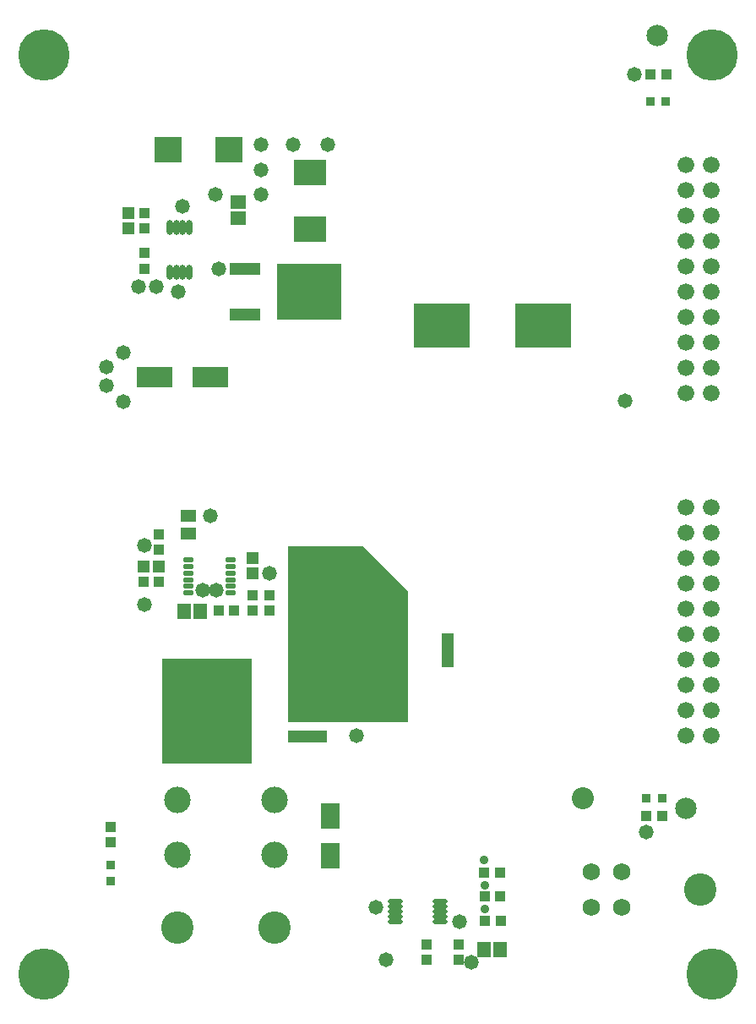
<source format=gts>
G04*
G04 #@! TF.GenerationSoftware,Altium Limited,Altium Designer,18.1.11 (251)*
G04*
G04 Layer_Color=8388736*
%FSLAX25Y25*%
%MOIN*%
G70*
G01*
G75*
%ADD40R,0.12402X0.04528*%
%ADD41R,0.25787X0.22441*%
%ADD42R,0.04134X0.03937*%
%ADD43R,0.05118X0.13386*%
%ADD44R,0.22244X0.17520*%
%ADD45R,0.03740X0.03740*%
%ADD46R,0.15551X0.04724*%
%ADD47R,0.35630X0.41339*%
%ADD48O,0.05906X0.01772*%
%ADD49R,0.03937X0.04134*%
%ADD50C,0.08465*%
%ADD51R,0.12992X0.10236*%
%ADD52R,0.07284X0.10433*%
%ADD53R,0.13976X0.07874*%
%ADD54O,0.02559X0.05906*%
%ADD55R,0.10630X0.10236*%
%ADD56R,0.06299X0.05709*%
%ADD57R,0.04724X0.04528*%
%ADD58R,0.03740X0.03740*%
%ADD59R,0.05709X0.06299*%
%ADD60O,0.04091X0.02244*%
%ADD61R,0.04528X0.04724*%
%ADD62R,0.05906X0.04528*%
%ADD63C,0.20276*%
%ADD64C,0.06591*%
%ADD65C,0.10433*%
%ADD66C,0.12795*%
%ADD67C,0.06890*%
%ADD68C,0.05800*%
%ADD69C,0.03556*%
%ADD70C,0.08674*%
G36*
X257874Y166535D02*
X257874Y114961D01*
X210630Y114961D01*
X210630Y184252D01*
X240158D01*
X257874Y166535D01*
D02*
G37*
D40*
X193602Y293563D02*
D03*
Y275532D02*
D03*
D41*
X218996Y284547D02*
D03*
D42*
X153937Y315650D02*
D03*
Y309547D02*
D03*
X159646Y182874D02*
D03*
Y188976D02*
D03*
X153937Y299902D02*
D03*
Y293799D02*
D03*
X277848Y21276D02*
D03*
Y27378D02*
D03*
X265354Y21358D02*
D03*
Y27461D02*
D03*
X196457Y165157D02*
D03*
Y159055D02*
D03*
X203150D02*
D03*
Y165157D02*
D03*
X140650Y67520D02*
D03*
Y73622D02*
D03*
D43*
X250000Y143307D02*
D03*
X273622D02*
D03*
D44*
X271358Y271457D02*
D03*
X311319D02*
D03*
D45*
X358268Y85039D02*
D03*
X351969D02*
D03*
X353445Y359547D02*
D03*
X359744D02*
D03*
D46*
X218110Y109291D02*
D03*
Y129291D02*
D03*
D47*
X178740Y119291D02*
D03*
D48*
X252981Y36295D02*
D03*
Y38264D02*
D03*
X270501Y36295D02*
D03*
Y38264D02*
D03*
Y40232D02*
D03*
Y42201D02*
D03*
Y44169D02*
D03*
X252981Y40232D02*
D03*
Y42201D02*
D03*
Y44169D02*
D03*
D49*
X189370Y159055D02*
D03*
X183268D02*
D03*
X153543Y170472D02*
D03*
X159646D02*
D03*
X288040Y55724D02*
D03*
X294143D02*
D03*
X288287Y46276D02*
D03*
X294390D02*
D03*
X288418Y36614D02*
D03*
X294521D02*
D03*
X352067Y77953D02*
D03*
X358169D02*
D03*
X353740Y370177D02*
D03*
X359842D02*
D03*
D50*
X356299Y385827D02*
D03*
X367764Y81102D02*
D03*
D51*
X219291Y309252D02*
D03*
Y331693D02*
D03*
D52*
X227165Y77953D02*
D03*
Y62205D02*
D03*
D53*
X157973Y250886D02*
D03*
X179823D02*
D03*
D54*
X171555Y309941D02*
D03*
X168996D02*
D03*
X166437D02*
D03*
X163878D02*
D03*
X171555Y292421D02*
D03*
X168996D02*
D03*
X166437D02*
D03*
X163878D02*
D03*
D55*
X187106Y340551D02*
D03*
X163287D02*
D03*
D56*
X190945Y313779D02*
D03*
Y320079D02*
D03*
D57*
X159547Y176378D02*
D03*
X153642D02*
D03*
D58*
X140551Y58661D02*
D03*
Y52362D02*
D03*
D59*
X175975Y158554D02*
D03*
X169676D02*
D03*
X294241Y25409D02*
D03*
X287942D02*
D03*
D60*
X187823Y166043D02*
D03*
Y168602D02*
D03*
Y171161D02*
D03*
Y173721D02*
D03*
Y176279D02*
D03*
Y178839D02*
D03*
X171232Y166043D02*
D03*
Y168602D02*
D03*
Y171161D02*
D03*
Y173721D02*
D03*
Y176279D02*
D03*
Y178839D02*
D03*
D61*
X196457Y179725D02*
D03*
Y173819D02*
D03*
X147539Y315551D02*
D03*
Y309646D02*
D03*
D62*
X171232Y189370D02*
D03*
Y196457D02*
D03*
D63*
X377953Y15748D02*
D03*
X114173D02*
D03*
Y377953D02*
D03*
X377953D02*
D03*
D64*
X367764Y244606D02*
D03*
Y284606D02*
D03*
Y254606D02*
D03*
Y264606D02*
D03*
Y274606D02*
D03*
Y294606D02*
D03*
Y304606D02*
D03*
Y314606D02*
D03*
Y324606D02*
D03*
Y334606D02*
D03*
X377764D02*
D03*
Y324606D02*
D03*
Y314606D02*
D03*
Y304606D02*
D03*
Y284606D02*
D03*
Y294606D02*
D03*
Y274606D02*
D03*
Y254606D02*
D03*
Y264606D02*
D03*
Y244606D02*
D03*
X367764Y109528D02*
D03*
Y149528D02*
D03*
Y119528D02*
D03*
Y129528D02*
D03*
Y139528D02*
D03*
Y159528D02*
D03*
Y169528D02*
D03*
Y179528D02*
D03*
Y189528D02*
D03*
Y199528D02*
D03*
X377764D02*
D03*
Y189528D02*
D03*
Y179528D02*
D03*
Y169528D02*
D03*
Y149528D02*
D03*
Y159528D02*
D03*
Y139528D02*
D03*
Y119528D02*
D03*
Y129528D02*
D03*
Y109528D02*
D03*
D65*
X205118Y84260D02*
D03*
Y62606D02*
D03*
X166929Y84260D02*
D03*
Y62606D02*
D03*
D66*
X205118Y33866D02*
D03*
X166929D02*
D03*
X373243Y49047D02*
D03*
D67*
X330290Y42158D02*
D03*
Y55937D02*
D03*
X342101D02*
D03*
Y42158D02*
D03*
D68*
X347244Y370177D02*
D03*
X168996Y318406D02*
D03*
X183268Y293602D02*
D03*
X167323Y284646D02*
D03*
X158661Y286614D02*
D03*
X151575D02*
D03*
X249152Y21260D02*
D03*
X176772Y166929D02*
D03*
X153937Y161417D02*
D03*
X203154Y173622D02*
D03*
X352067Y71752D02*
D03*
X237500Y109528D02*
D03*
X138976Y247638D02*
D03*
Y255118D02*
D03*
X145669Y241339D02*
D03*
Y260630D02*
D03*
X199803Y332677D02*
D03*
X182087Y322835D02*
D03*
X199803Y342520D02*
D03*
X226378D02*
D03*
X212598D02*
D03*
X199803Y322835D02*
D03*
X179921Y196457D02*
D03*
X153937Y184646D02*
D03*
X182283Y166929D02*
D03*
X283005Y20472D02*
D03*
X245276Y42126D02*
D03*
X343701Y241732D02*
D03*
X278346Y36220D02*
D03*
D69*
X288418Y41339D02*
D03*
Y50787D02*
D03*
X288040Y60630D02*
D03*
D70*
X326772Y85039D02*
D03*
M02*

</source>
